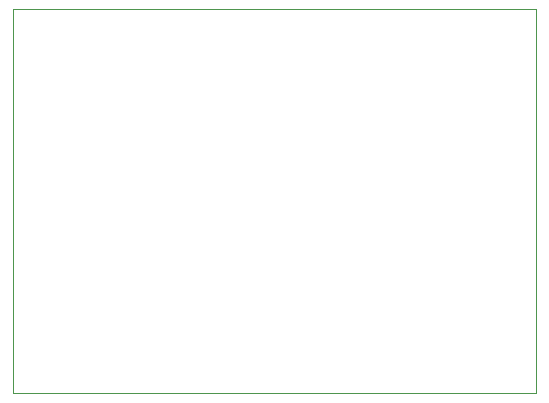
<source format=gm1>
G04 #@! TF.GenerationSoftware,KiCad,Pcbnew,9.0.0*
G04 #@! TF.CreationDate,2025-05-28T17:54:46+08:00*
G04 #@! TF.ProjectId,Converter_DC,436f6e76-6572-4746-9572-5f44432e6b69,v1.0*
G04 #@! TF.SameCoordinates,Original*
G04 #@! TF.FileFunction,Profile,NP*
%FSLAX46Y46*%
G04 Gerber Fmt 4.6, Leading zero omitted, Abs format (unit mm)*
G04 Created by KiCad (PCBNEW 9.0.0) date 2025-05-28 17:54:46*
%MOMM*%
%LPD*%
G01*
G04 APERTURE LIST*
G04 #@! TA.AperFunction,Profile*
%ADD10C,0.050000*%
G04 #@! TD*
G04 APERTURE END LIST*
D10*
X126750000Y-84500000D02*
X171000000Y-84500000D01*
X171000000Y-117000000D01*
X126750000Y-117000000D01*
X126750000Y-84500000D01*
M02*

</source>
